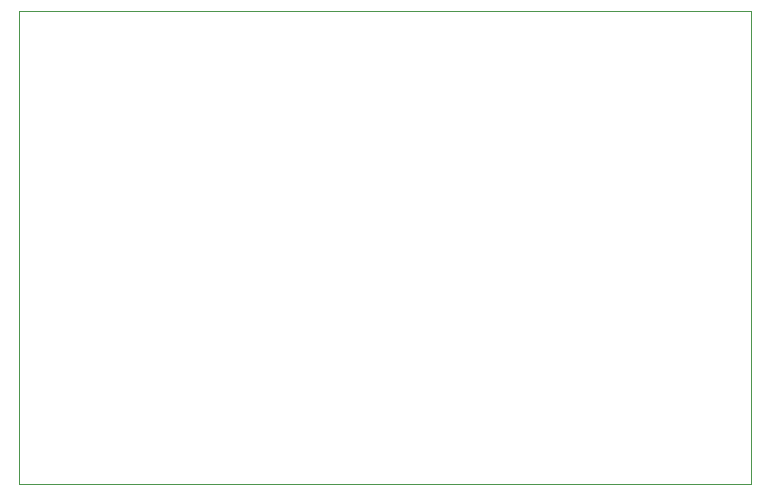
<source format=gbr>
%TF.GenerationSoftware,KiCad,Pcbnew,9.0.1*%
%TF.CreationDate,2025-08-22T12:00:28+01:00*%
%TF.ProjectId,FM_DRUM_MACHINE_POWERIN,464d5f44-5255-44d5-9f4d-414348494e45,rev?*%
%TF.SameCoordinates,Original*%
%TF.FileFunction,Profile,NP*%
%FSLAX46Y46*%
G04 Gerber Fmt 4.6, Leading zero omitted, Abs format (unit mm)*
G04 Created by KiCad (PCBNEW 9.0.1) date 2025-08-22 12:00:28*
%MOMM*%
%LPD*%
G01*
G04 APERTURE LIST*
%TA.AperFunction,Profile*%
%ADD10C,0.050000*%
%TD*%
G04 APERTURE END LIST*
D10*
X20000000Y-20000000D02*
X82000000Y-20000000D01*
X82000000Y-60000000D01*
X20000000Y-60000000D01*
X20000000Y-20000000D01*
M02*

</source>
